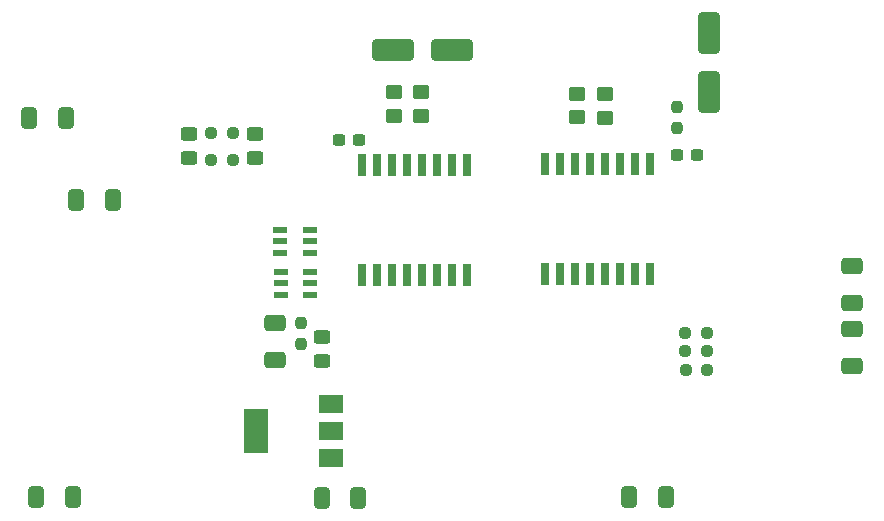
<source format=gbr>
%TF.GenerationSoftware,KiCad,Pcbnew,7.0.9*%
%TF.CreationDate,2024-01-08T16:14:26+05:30*%
%TF.ProjectId,Inverter,496e7665-7274-4657-922e-6b696361645f,rev?*%
%TF.SameCoordinates,Original*%
%TF.FileFunction,Paste,Top*%
%TF.FilePolarity,Positive*%
%FSLAX46Y46*%
G04 Gerber Fmt 4.6, Leading zero omitted, Abs format (unit mm)*
G04 Created by KiCad (PCBNEW 7.0.9) date 2024-01-08 16:14:26*
%MOMM*%
%LPD*%
G01*
G04 APERTURE LIST*
G04 Aperture macros list*
%AMRoundRect*
0 Rectangle with rounded corners*
0 $1 Rounding radius*
0 $2 $3 $4 $5 $6 $7 $8 $9 X,Y pos of 4 corners*
0 Add a 4 corners polygon primitive as box body*
4,1,4,$2,$3,$4,$5,$6,$7,$8,$9,$2,$3,0*
0 Add four circle primitives for the rounded corners*
1,1,$1+$1,$2,$3*
1,1,$1+$1,$4,$5*
1,1,$1+$1,$6,$7*
1,1,$1+$1,$8,$9*
0 Add four rect primitives between the rounded corners*
20,1,$1+$1,$2,$3,$4,$5,0*
20,1,$1+$1,$4,$5,$6,$7,0*
20,1,$1+$1,$6,$7,$8,$9,0*
20,1,$1+$1,$8,$9,$2,$3,0*%
G04 Aperture macros list end*
%ADD10RoundRect,0.250000X1.500000X0.650000X-1.500000X0.650000X-1.500000X-0.650000X1.500000X-0.650000X0*%
%ADD11RoundRect,0.250000X0.450000X-0.350000X0.450000X0.350000X-0.450000X0.350000X-0.450000X-0.350000X0*%
%ADD12RoundRect,0.250000X0.412500X0.650000X-0.412500X0.650000X-0.412500X-0.650000X0.412500X-0.650000X0*%
%ADD13RoundRect,0.250000X-0.412500X-0.650000X0.412500X-0.650000X0.412500X0.650000X-0.412500X0.650000X0*%
%ADD14R,0.650000X1.850000*%
%ADD15RoundRect,0.088500X-0.516500X-0.206500X0.516500X-0.206500X0.516500X0.206500X-0.516500X0.206500X0*%
%ADD16RoundRect,0.250000X-0.650000X1.500000X-0.650000X-1.500000X0.650000X-1.500000X0.650000X1.500000X0*%
%ADD17RoundRect,0.237500X0.250000X0.237500X-0.250000X0.237500X-0.250000X-0.237500X0.250000X-0.237500X0*%
%ADD18RoundRect,0.237500X-0.250000X-0.237500X0.250000X-0.237500X0.250000X0.237500X-0.250000X0.237500X0*%
%ADD19RoundRect,0.250000X0.450000X-0.325000X0.450000X0.325000X-0.450000X0.325000X-0.450000X-0.325000X0*%
%ADD20RoundRect,0.237500X0.237500X-0.250000X0.237500X0.250000X-0.237500X0.250000X-0.237500X-0.250000X0*%
%ADD21RoundRect,0.237500X0.300000X0.237500X-0.300000X0.237500X-0.300000X-0.237500X0.300000X-0.237500X0*%
%ADD22R,2.000000X1.500000*%
%ADD23R,2.000000X3.800000*%
%ADD24RoundRect,0.237500X-0.300000X-0.237500X0.300000X-0.237500X0.300000X0.237500X-0.300000X0.237500X0*%
%ADD25RoundRect,0.250000X-0.450000X0.325000X-0.450000X-0.325000X0.450000X-0.325000X0.450000X0.325000X0*%
%ADD26RoundRect,0.237500X-0.237500X0.250000X-0.237500X-0.250000X0.237500X-0.250000X0.237500X0.250000X0*%
%ADD27RoundRect,0.250000X0.650000X-0.412500X0.650000X0.412500X-0.650000X0.412500X-0.650000X-0.412500X0*%
%ADD28RoundRect,0.250000X-0.650000X0.412500X-0.650000X-0.412500X0.650000X-0.412500X0.650000X0.412500X0*%
G04 APERTURE END LIST*
D10*
%TO.C,D3*%
X56348000Y-124587000D03*
X51348000Y-124587000D03*
%TD*%
D11*
%TO.C,R12*%
X69258400Y-130320800D03*
X69258400Y-128320800D03*
%TD*%
D12*
%TO.C,C2*%
X48400100Y-162509200D03*
X45275100Y-162509200D03*
%TD*%
D13*
%TO.C,C12*%
X24472500Y-137287000D03*
X27597500Y-137287000D03*
%TD*%
D14*
%TO.C,IC1*%
X57632600Y-134312400D03*
X56362600Y-134312400D03*
X55092600Y-134312400D03*
X53822600Y-134312400D03*
X52552600Y-134312400D03*
X51282600Y-134312400D03*
X50012600Y-134312400D03*
X48742600Y-134312400D03*
X48742600Y-143662400D03*
X50012600Y-143662400D03*
X51282600Y-143662400D03*
X52552600Y-143662400D03*
X53822600Y-143662400D03*
X55092600Y-143662400D03*
X56362600Y-143662400D03*
X57632600Y-143662400D03*
%TD*%
D15*
%TO.C,Q2*%
X41823400Y-143398200D03*
X41823400Y-144348200D03*
X41823400Y-145298200D03*
X44333400Y-145298200D03*
X44333400Y-144348200D03*
X44333400Y-143398200D03*
%TD*%
D16*
%TO.C,D6*%
X78054200Y-123128400D03*
X78054200Y-128128400D03*
%TD*%
D17*
%TO.C,R24*%
X37742500Y-131572000D03*
X35917500Y-131572000D03*
%TD*%
D18*
%TO.C,R18*%
X76102200Y-151638000D03*
X77927200Y-151638000D03*
%TD*%
D19*
%TO.C,D19*%
X45339000Y-150910400D03*
X45339000Y-148860400D03*
%TD*%
D11*
%TO.C,R1*%
X51435000Y-130159000D03*
X51435000Y-128159000D03*
%TD*%
D20*
%TO.C,R4*%
X75412600Y-131214500D03*
X75412600Y-129389500D03*
%TD*%
D18*
%TO.C,R20*%
X76076800Y-148513800D03*
X77901800Y-148513800D03*
%TD*%
D21*
%TO.C,C20*%
X48487500Y-132207000D03*
X46762500Y-132207000D03*
%TD*%
D18*
%TO.C,R23*%
X35930880Y-133858000D03*
X37755880Y-133858000D03*
%TD*%
D14*
%TO.C,IC5*%
X73050400Y-134210800D03*
X71780400Y-134210800D03*
X70510400Y-134210800D03*
X69240400Y-134210800D03*
X67970400Y-134210800D03*
X66700400Y-134210800D03*
X65430400Y-134210800D03*
X64160400Y-134210800D03*
X64160400Y-143560800D03*
X65430400Y-143560800D03*
X66700400Y-143560800D03*
X67970400Y-143560800D03*
X69240400Y-143560800D03*
X70510400Y-143560800D03*
X71780400Y-143560800D03*
X73050400Y-143560800D03*
%TD*%
D12*
%TO.C,C7*%
X74460500Y-162395300D03*
X71335500Y-162395300D03*
%TD*%
D22*
%TO.C,U4*%
X46050600Y-159145000D03*
X46050600Y-156845000D03*
D23*
X39750600Y-156845000D03*
D22*
X46050600Y-154545000D03*
%TD*%
D18*
%TO.C,R19*%
X76078700Y-150063200D03*
X77903700Y-150063200D03*
%TD*%
D24*
%TO.C,C23*%
X75362900Y-133477000D03*
X77087900Y-133477000D03*
%TD*%
D25*
%TO.C,D14*%
X34036000Y-131690000D03*
X34036000Y-133740000D03*
%TD*%
D11*
%TO.C,R3*%
X66878200Y-130286000D03*
X66878200Y-128286000D03*
%TD*%
D26*
%TO.C,R27*%
X43535600Y-147677500D03*
X43535600Y-149502500D03*
%TD*%
D15*
%TO.C,Q1*%
X41772600Y-139842200D03*
X41772600Y-140792200D03*
X41772600Y-141742200D03*
X44282600Y-141742200D03*
X44282600Y-140792200D03*
X44282600Y-139842200D03*
%TD*%
D12*
%TO.C,C9*%
X23622000Y-130302000D03*
X20497000Y-130302000D03*
%TD*%
D19*
%TO.C,D15*%
X39624000Y-133740000D03*
X39624000Y-131690000D03*
%TD*%
D12*
%TO.C,C1*%
X24219300Y-162407600D03*
X21094300Y-162407600D03*
%TD*%
D27*
%TO.C,C10*%
X90195400Y-151346300D03*
X90195400Y-148221300D03*
%TD*%
%TO.C,C13*%
X90220800Y-146037700D03*
X90220800Y-142912700D03*
%TD*%
D28*
%TO.C,C15*%
X41351200Y-147738700D03*
X41351200Y-150863700D03*
%TD*%
D11*
%TO.C,R11*%
X53721000Y-130159000D03*
X53721000Y-128159000D03*
%TD*%
M02*

</source>
